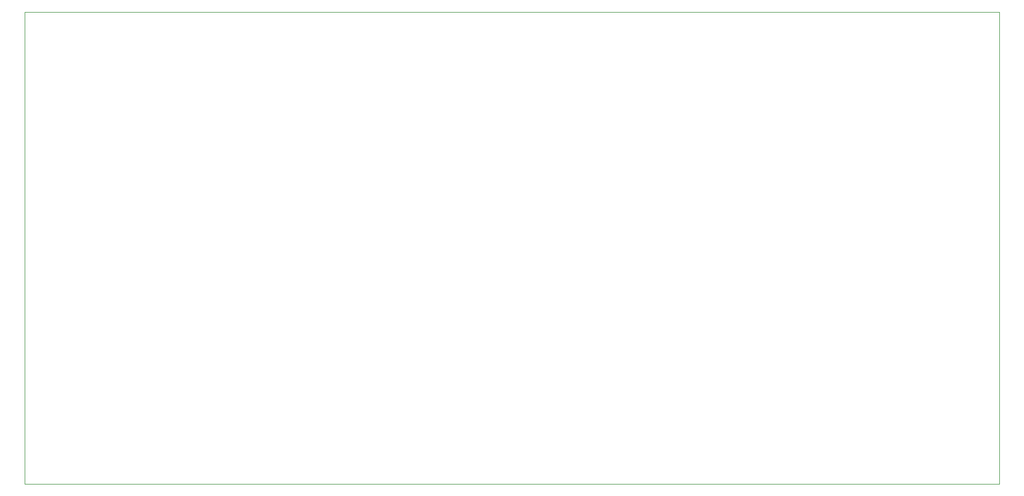
<source format=gbr>
%TF.GenerationSoftware,KiCad,Pcbnew,(5.1.9)-1*%
%TF.CreationDate,2021-05-31T11:51:56+02:00*%
%TF.ProjectId,periph_gpio,70657269-7068-45f6-9770-696f2e6b6963,v1.0*%
%TF.SameCoordinates,Original*%
%TF.FileFunction,Profile,NP*%
%FSLAX46Y46*%
G04 Gerber Fmt 4.6, Leading zero omitted, Abs format (unit mm)*
G04 Created by KiCad (PCBNEW (5.1.9)-1) date 2021-05-31 11:51:56*
%MOMM*%
%LPD*%
G01*
G04 APERTURE LIST*
%TA.AperFunction,Profile*%
%ADD10C,0.050000*%
%TD*%
G04 APERTURE END LIST*
D10*
X-94615000Y3810000D02*
X55880000Y3810000D01*
X-94615000Y-69215000D02*
X55880000Y-69215000D01*
X-94615000Y-69215000D02*
X-94615000Y3810000D01*
X55880000Y3810000D02*
X55880000Y-69215000D01*
M02*

</source>
